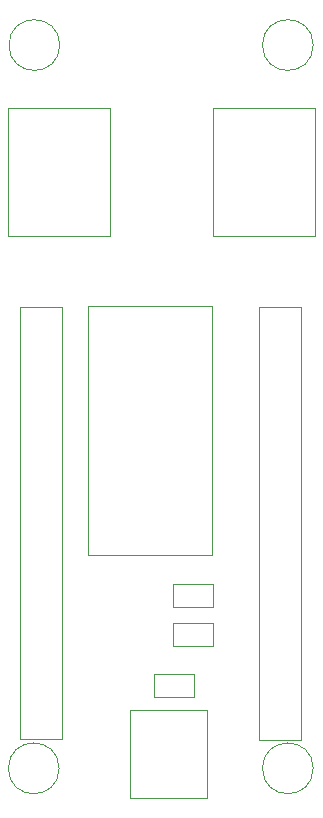
<source format=gbr>
%TF.GenerationSoftware,KiCad,Pcbnew,7.0.2-0*%
%TF.CreationDate,2024-02-15T09:00:13-05:00*%
%TF.ProjectId,Turbidity_v13,54757262-6964-4697-9479-5f7631332e6b,13*%
%TF.SameCoordinates,Original*%
%TF.FileFunction,Other,User*%
%FSLAX46Y46*%
G04 Gerber Fmt 4.6, Leading zero omitted, Abs format (unit mm)*
G04 Created by KiCad (PCBNEW 7.0.2-0) date 2024-02-15 09:00:13*
%MOMM*%
%LPD*%
G01*
G04 APERTURE LIST*
%ADD10C,0.050000*%
G04 APERTURE END LIST*
D10*
%TO.C,J1*%
X153333200Y-116341200D02*
X146793200Y-116341200D01*
X146793200Y-123841200D02*
X153333200Y-123841200D01*
X146793200Y-116341200D02*
X146793200Y-123841200D01*
X153333200Y-123841200D02*
X153333200Y-116341200D01*
%TO.C,R1*%
X150467900Y-109032000D02*
X153827900Y-109032000D01*
X150467900Y-110932000D02*
X150467900Y-109032000D01*
X153827900Y-109032000D02*
X153827900Y-110932000D01*
X153827900Y-110932000D02*
X150467900Y-110932000D01*
%TO.C,REF\u002A\u002A*%
X140783200Y-121310400D02*
G75*
G03*
X140783200Y-121310400I-2150000J0D01*
G01*
%TO.C,IC1*%
X143213000Y-82200000D02*
X153713000Y-82200000D01*
X143213000Y-103220000D02*
X143213000Y-82200000D01*
X153713000Y-82200000D02*
X153713000Y-103220000D01*
X153713000Y-103220000D02*
X143213000Y-103220000D01*
%TO.C,J4*%
X157712000Y-82274000D02*
X161262000Y-82274000D01*
X157712000Y-118874000D02*
X157712000Y-82274000D01*
X161262000Y-82274000D02*
X161262000Y-118874000D01*
X161262000Y-118874000D02*
X157712000Y-118874000D01*
%TO.C,R3*%
X152198500Y-115250000D02*
X148838500Y-115250000D01*
X152198500Y-113350000D02*
X152198500Y-115250000D01*
X148838500Y-115250000D02*
X148838500Y-113350000D01*
X148838500Y-113350000D02*
X152198500Y-113350000D01*
%TO.C,REF\u002A\u002A*%
X162297000Y-60071000D02*
G75*
G03*
X162297000Y-60071000I-2150000J0D01*
G01*
%TO.C,J3*%
X145055200Y-65365200D02*
X136455200Y-65365200D01*
X136455200Y-65365200D02*
X136455200Y-76265200D01*
X145055200Y-76265200D02*
X145055200Y-65365200D01*
X136455200Y-76265200D02*
X145055200Y-76265200D01*
%TO.C,REF\u002A\u002A*%
X140834000Y-60071000D02*
G75*
G03*
X140834000Y-60071000I-2150000J0D01*
G01*
%TO.C,J2*%
X153840400Y-76268000D02*
X162440400Y-76268000D01*
X162440400Y-76268000D02*
X162440400Y-65368000D01*
X153840400Y-65368000D02*
X153840400Y-76268000D01*
X162440400Y-65368000D02*
X153840400Y-65368000D01*
%TO.C,R2*%
X153824100Y-107630000D02*
X150464100Y-107630000D01*
X153824100Y-105730000D02*
X153824100Y-107630000D01*
X150464100Y-107630000D02*
X150464100Y-105730000D01*
X150464100Y-105730000D02*
X153824100Y-105730000D01*
%TO.C,J5*%
X137442800Y-82223200D02*
X140992800Y-82223200D01*
X137442800Y-118823200D02*
X137442800Y-82223200D01*
X140992800Y-82223200D02*
X140992800Y-118823200D01*
X140992800Y-118823200D02*
X137442800Y-118823200D01*
%TO.C,REF\u002A\u002A*%
X162297000Y-121310400D02*
G75*
G03*
X162297000Y-121310400I-2150000J0D01*
G01*
%TD*%
M02*

</source>
